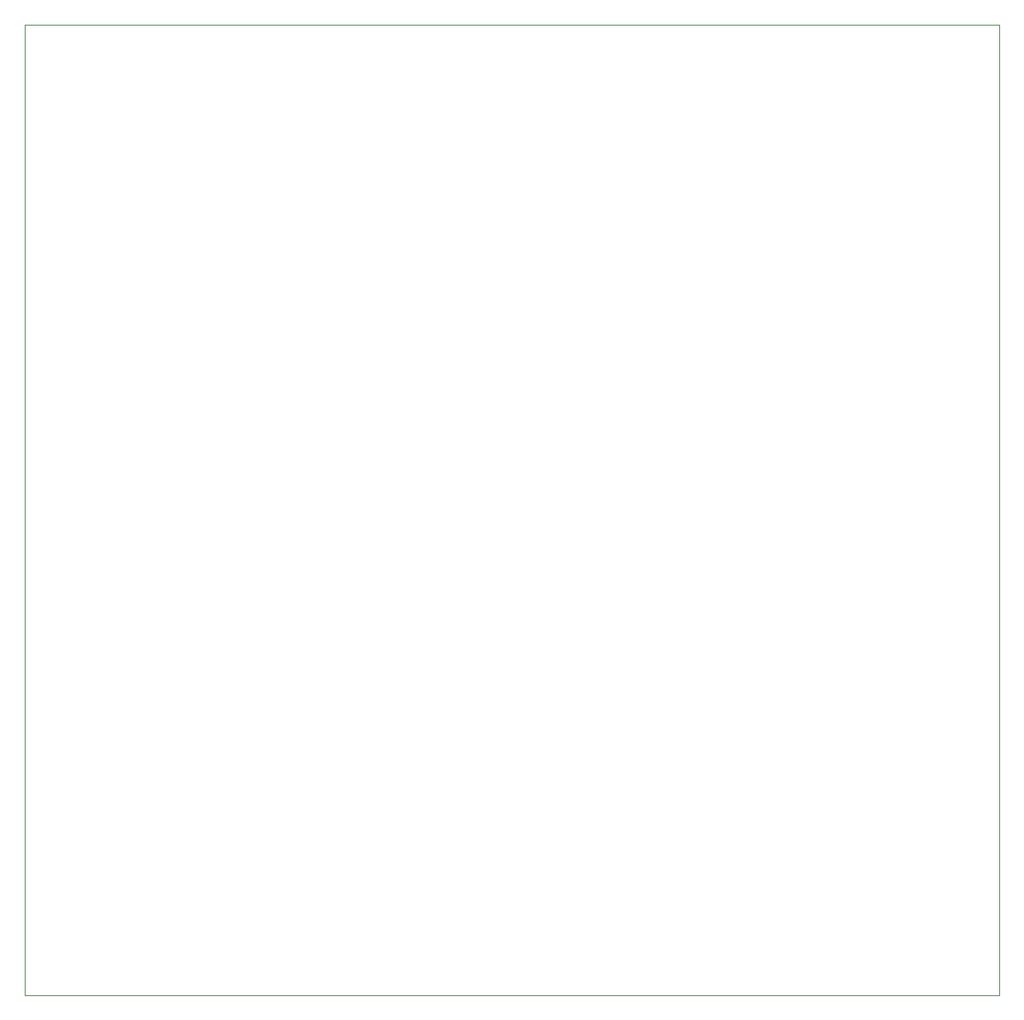
<source format=gbr>
%TF.GenerationSoftware,KiCad,Pcbnew,(5.1.9-0-10_14)*%
%TF.CreationDate,2021-03-14T15:18:18+01:00*%
%TF.ProjectId,n8 bit special,6e382062-6974-4207-9370-656369616c2e,2*%
%TF.SameCoordinates,Original*%
%TF.FileFunction,Profile,NP*%
%FSLAX46Y46*%
G04 Gerber Fmt 4.6, Leading zero omitted, Abs format (unit mm)*
G04 Created by KiCad (PCBNEW (5.1.9-0-10_14)) date 2021-03-14 15:18:18*
%MOMM*%
%LPD*%
G01*
G04 APERTURE LIST*
%TA.AperFunction,Profile*%
%ADD10C,0.100000*%
%TD*%
G04 APERTURE END LIST*
D10*
X186944000Y-40132000D02*
X186944000Y-139763500D01*
X86995000Y-40132000D02*
X186944000Y-40132000D01*
X86995000Y-139763500D02*
X86995000Y-40132000D01*
X186944000Y-139763500D02*
X86995000Y-139763500D01*
M02*

</source>
